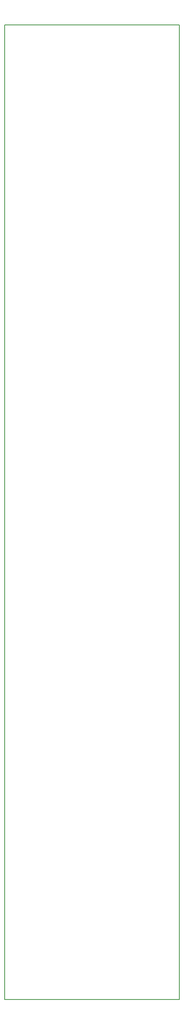
<source format=gbr>
G04 DesignSpark PCB Gerber Version 13.0 Build *
%FSLAX35Y35*%
%MOIN*%
%ADD11C,0.00500*%
X0Y0D02*
D02*
D11*
X9221Y388D02*
X159221D01*
Y835388D01*
X9221D01*
Y388D01*
X0Y0D02*
M02*

</source>
